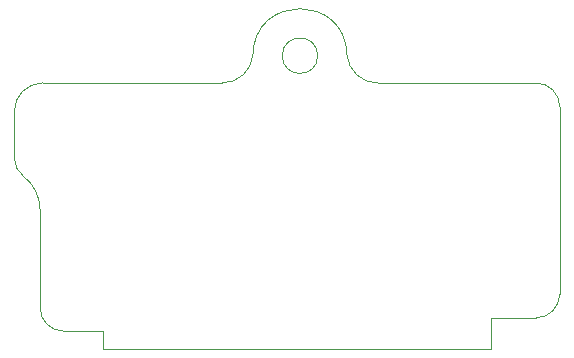
<source format=gbr>
G04 #@! TF.GenerationSoftware,KiCad,Pcbnew,(5.1.5)-3*
G04 #@! TF.CreationDate,2021-08-13T16:15:14-07:00*
G04 #@! TF.ProjectId,Xenigotchi-v1.5,58656e69-676f-4746-9368-692d76312e35,rev?*
G04 #@! TF.SameCoordinates,Original*
G04 #@! TF.FileFunction,Profile,NP*
%FSLAX46Y46*%
G04 Gerber Fmt 4.6, Leading zero omitted, Abs format (unit mm)*
G04 Created by KiCad (PCBNEW (5.1.5)-3) date 2021-08-13 16:15:14*
%MOMM*%
%LPD*%
G04 APERTURE LIST*
%ADD10C,0.100000*%
G04 APERTURE END LIST*
D10*
X183342198Y-117713206D02*
X183342198Y-119213206D01*
X150463143Y-119213206D02*
X150463143Y-117713206D01*
X189140000Y-98700000D02*
G75*
G03X187140000Y-96700000I-2000000J0D01*
G01*
X142961999Y-103020391D02*
G75*
G03X143754727Y-104614911I2000001J0D01*
G01*
X168649969Y-94392320D02*
G75*
G03X168649969Y-94392320I-1500000J0D01*
G01*
X189140000Y-98700000D02*
X189140000Y-114588152D01*
X171130042Y-94328305D02*
G75*
G03X163169896Y-94328304I-3980073J-64015D01*
G01*
X183342198Y-119213206D02*
X150463143Y-119213206D01*
X171130043Y-94328305D02*
G75*
G03X173720000Y-96700000I2589957J228305D01*
G01*
X145362000Y-96700000D02*
X160579939Y-96700000D01*
X145362000Y-96700000D02*
G75*
G03X142962000Y-99100000I0J-2400000D01*
G01*
X145142000Y-107405320D02*
G75*
G03X143754727Y-104614911I-3500000J0D01*
G01*
X145142000Y-115713206D02*
X145142000Y-107405320D01*
X145142000Y-115713206D02*
G75*
G03X147142000Y-117713206I2000000J0D01*
G01*
X173720000Y-96700000D02*
X187140000Y-96700000D01*
X160579940Y-96700000D02*
G75*
G03X163169896Y-94328304I-1J2600000D01*
G01*
X187140000Y-116588152D02*
X183342198Y-116588152D01*
X187140000Y-116588152D02*
G75*
G03X189140000Y-114588152I0J2000000D01*
G01*
X183342198Y-116588152D02*
X183342198Y-117713206D01*
X142962000Y-103020391D02*
X142962000Y-99100000D01*
X150463143Y-117713206D02*
X147142000Y-117713206D01*
M02*

</source>
